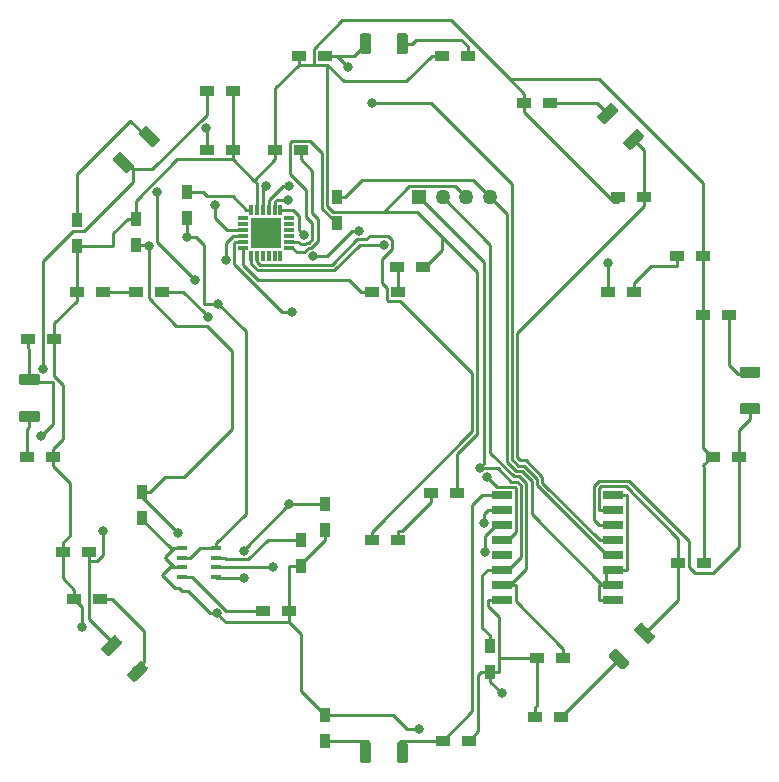
<source format=gbr>
G04 #@! TF.GenerationSoftware,KiCad,Pcbnew,(5.0.2)-1*
G04 #@! TF.CreationDate,2019-03-05T23:48:00-05:00*
G04 #@! TF.ProjectId,bikesenseCap,62696b65-7365-46e7-9365-4361702e6b69,REV E*
G04 #@! TF.SameCoordinates,Original*
G04 #@! TF.FileFunction,Copper,L1,Top*
G04 #@! TF.FilePolarity,Positive*
%FSLAX46Y46*%
G04 Gerber Fmt 4.6, Leading zero omitted, Abs format (unit mm)*
G04 Created by KiCad (PCBNEW (5.0.2)-1) date 3/5/2019 11:48:00 PM*
%MOMM*%
%LPD*%
G01*
G04 APERTURE LIST*
G04 #@! TA.AperFunction,SMDPad,CuDef*
%ADD10R,1.200000X0.900000*%
G04 #@! TD*
G04 #@! TA.AperFunction,ComponentPad*
%ADD11R,1.270000X1.270000*%
G04 #@! TD*
G04 #@! TA.AperFunction,ComponentPad*
%ADD12C,1.270000*%
G04 #@! TD*
G04 #@! TA.AperFunction,SMDPad,CuDef*
%ADD13R,0.900000X1.200000*%
G04 #@! TD*
G04 #@! TA.AperFunction,SMDPad,CuDef*
%ADD14R,2.600000X2.600000*%
G04 #@! TD*
G04 #@! TA.AperFunction,SMDPad,CuDef*
%ADD15R,0.300000X0.850000*%
G04 #@! TD*
G04 #@! TA.AperFunction,SMDPad,CuDef*
%ADD16R,0.850000X0.300000*%
G04 #@! TD*
G04 #@! TA.AperFunction,SMDPad,CuDef*
%ADD17R,1.700000X0.700000*%
G04 #@! TD*
G04 #@! TA.AperFunction,Conductor*
%ADD18C,0.100000*%
G04 #@! TD*
G04 #@! TA.AperFunction,SMDPad,CuDef*
%ADD19C,0.950000*%
G04 #@! TD*
G04 #@! TA.AperFunction,SMDPad,CuDef*
%ADD20R,0.900000X0.400000*%
G04 #@! TD*
G04 #@! TA.AperFunction,ViaPad*
%ADD21C,0.800000*%
G04 #@! TD*
G04 #@! TA.AperFunction,Conductor*
%ADD22C,0.250000*%
G04 #@! TD*
G04 APERTURE END LIST*
D10*
G04 #@! TO.P,D3,1*
G04 #@! TO.N,Net-(D3-Pad1)*
X131200000Y-91000000D03*
G04 #@! TO.P,D3,2*
G04 #@! TO.N,Net-(D3-Pad2)*
X129000000Y-91000000D03*
G04 #@! TD*
G04 #@! TO.P,D4,2*
G04 #@! TO.N,Net-(D4-Pad2)*
X151200000Y-91000000D03*
G04 #@! TO.P,D4,1*
G04 #@! TO.N,Net-(D4-Pad1)*
X149000000Y-91000000D03*
G04 #@! TD*
G04 #@! TO.P,D5,2*
G04 #@! TO.N,Net-(D5-Pad2)*
X171200000Y-91000000D03*
G04 #@! TO.P,D5,1*
G04 #@! TO.N,Net-(D5-Pad1)*
X169000000Y-91000000D03*
G04 #@! TD*
G04 #@! TO.P,D6,1*
G04 #@! TO.N,Net-(D6-Pad1)*
X149000000Y-112000000D03*
G04 #@! TO.P,D6,2*
G04 #@! TO.N,Net-(D6-Pad2)*
X151200000Y-112000000D03*
G04 #@! TD*
D11*
G04 #@! TO.P,J1,1*
G04 #@! TO.N,/SCL*
X153000260Y-83000000D03*
D12*
G04 #@! TO.P,J1,2*
G04 #@! TO.N,/SDA*
X155001780Y-83000000D03*
G04 #@! TO.P,J1,3*
G04 #@! TO.N,+3V3*
X156998220Y-83000000D03*
G04 #@! TO.P,J1,4*
G04 #@! TO.N,GND*
X158999740Y-83000000D03*
G04 #@! TD*
D10*
G04 #@! TO.P,R1,1*
G04 #@! TO.N,Net-(R1-Pad1)*
X143000000Y-79000000D03*
G04 #@! TO.P,R1,2*
G04 #@! TO.N,+3V3*
X140800000Y-79000000D03*
G04 #@! TD*
G04 #@! TO.P,R2,1*
G04 #@! TO.N,/SCL*
X135000000Y-79000000D03*
G04 #@! TO.P,R2,2*
G04 #@! TO.N,+3V3*
X137200000Y-79000000D03*
G04 #@! TD*
D13*
G04 #@! TO.P,R3,2*
G04 #@! TO.N,GND*
X146000000Y-83000000D03*
G04 #@! TO.P,R3,1*
G04 #@! TO.N,Net-(R3-Pad1)*
X146000000Y-85200000D03*
G04 #@! TD*
G04 #@! TO.P,R4,1*
G04 #@! TO.N,GND*
X133350000Y-84750000D03*
G04 #@! TO.P,R4,2*
G04 #@! TO.N,Net-(R4-Pad2)*
X133350000Y-82550000D03*
G04 #@! TD*
G04 #@! TO.P,R5,2*
G04 #@! TO.N,+3V3*
X129000000Y-84800000D03*
G04 #@! TO.P,R5,1*
G04 #@! TO.N,/SDA*
X129000000Y-87000000D03*
G04 #@! TD*
G04 #@! TO.P,R6,1*
G04 #@! TO.N,/SCL*
X145000000Y-109000000D03*
G04 #@! TO.P,R6,2*
G04 #@! TO.N,+3V3*
X145000000Y-111200000D03*
G04 #@! TD*
G04 #@! TO.P,R7,2*
G04 #@! TO.N,+3V3*
X129540000Y-110150000D03*
G04 #@! TO.P,R7,1*
G04 #@! TO.N,/SDA*
X129540000Y-107950000D03*
G04 #@! TD*
G04 #@! TO.P,R8,1*
G04 #@! TO.N,Net-(R8-Pad1)*
X143000000Y-112000000D03*
G04 #@! TO.P,R8,2*
G04 #@! TO.N,+3V3*
X143000000Y-114200000D03*
G04 #@! TD*
D10*
G04 #@! TO.P,R9,2*
G04 #@! TO.N,+3V3*
X142000000Y-118000000D03*
G04 #@! TO.P,R9,1*
G04 #@! TO.N,Net-(R9-Pad1)*
X139800000Y-118000000D03*
G04 #@! TD*
G04 #@! TO.P,R11,1*
G04 #@! TO.N,Net-(D3-Pad2)*
X126200000Y-91000000D03*
G04 #@! TO.P,R11,2*
G04 #@! TO.N,+3V3*
X124000000Y-91000000D03*
G04 #@! TD*
G04 #@! TO.P,R12,2*
G04 #@! TO.N,+3V3*
X153330000Y-88900000D03*
G04 #@! TO.P,R12,1*
G04 #@! TO.N,Net-(D4-Pad2)*
X151130000Y-88900000D03*
G04 #@! TD*
G04 #@! TO.P,R13,2*
G04 #@! TO.N,+3V3*
X177000000Y-88000000D03*
G04 #@! TO.P,R13,1*
G04 #@! TO.N,Net-(D5-Pad2)*
X174800000Y-88000000D03*
G04 #@! TD*
G04 #@! TO.P,R14,1*
G04 #@! TO.N,Net-(D6-Pad2)*
X154000000Y-108000000D03*
G04 #@! TO.P,R14,2*
G04 #@! TO.N,+3V3*
X156200000Y-108000000D03*
G04 #@! TD*
G04 #@! TO.P,R19,2*
G04 #@! TO.N,Net-(D11-Pad2)*
X119800000Y-105000000D03*
G04 #@! TO.P,R19,1*
G04 #@! TO.N,+3V3*
X122000000Y-105000000D03*
G04 #@! TD*
G04 #@! TO.P,R20,1*
G04 #@! TO.N,+3V3*
X122100000Y-95000000D03*
G04 #@! TO.P,R20,2*
G04 #@! TO.N,/West*
X119900000Y-95000000D03*
G04 #@! TD*
D13*
G04 #@! TO.P,R21,2*
G04 #@! TO.N,Net-(D12-Pad2)*
X124000000Y-84900000D03*
G04 #@! TO.P,R21,1*
G04 #@! TO.N,+3V3*
X124000000Y-87100000D03*
G04 #@! TD*
D10*
G04 #@! TO.P,R22,2*
G04 #@! TO.N,Net-(D13-Pad2)*
X126000000Y-117000000D03*
G04 #@! TO.P,R22,1*
G04 #@! TO.N,+3V3*
X123800000Y-117000000D03*
G04 #@! TD*
D13*
G04 #@! TO.P,R23,2*
G04 #@! TO.N,+3V3*
X159000000Y-123200000D03*
G04 #@! TO.P,R23,1*
G04 #@! TO.N,/SCL*
X159000000Y-121000000D03*
G04 #@! TD*
D10*
G04 #@! TO.P,R24,1*
G04 #@! TO.N,+3V3*
X137200000Y-74000000D03*
G04 #@! TO.P,R24,2*
G04 #@! TO.N,/NorthWest*
X135000000Y-74000000D03*
G04 #@! TD*
G04 #@! TO.P,R25,1*
G04 #@! TO.N,+3V3*
X122800000Y-113000000D03*
G04 #@! TO.P,R25,2*
G04 #@! TO.N,/SouthWest*
X125000000Y-113000000D03*
G04 #@! TD*
G04 #@! TO.P,R26,1*
G04 #@! TO.N,/SDA*
X165200000Y-122000000D03*
G04 #@! TO.P,R26,2*
G04 #@! TO.N,+3V3*
X163000000Y-122000000D03*
G04 #@! TD*
G04 #@! TO.P,R27,2*
G04 #@! TO.N,Net-(D14-Pad2)*
X157100000Y-71000000D03*
G04 #@! TO.P,R27,1*
G04 #@! TO.N,+3V3*
X154900000Y-71000000D03*
G04 #@! TD*
D13*
G04 #@! TO.P,R28,1*
G04 #@! TO.N,+3V3*
X145000000Y-126800000D03*
G04 #@! TO.P,R28,2*
G04 #@! TO.N,Net-(D15-Pad2)*
X145000000Y-129000000D03*
G04 #@! TD*
D10*
G04 #@! TO.P,R29,2*
G04 #@! TO.N,/North*
X145000000Y-71000000D03*
G04 #@! TO.P,R29,1*
G04 #@! TO.N,+3V3*
X142800000Y-71000000D03*
G04 #@! TD*
G04 #@! TO.P,R30,1*
G04 #@! TO.N,+3V3*
X157200000Y-129000000D03*
G04 #@! TO.P,R30,2*
G04 #@! TO.N,/South*
X155000000Y-129000000D03*
G04 #@! TD*
G04 #@! TO.P,R31,2*
G04 #@! TO.N,Net-(D16-Pad2)*
X164100000Y-75000000D03*
G04 #@! TO.P,R31,1*
G04 #@! TO.N,+3V3*
X161900000Y-75000000D03*
G04 #@! TD*
G04 #@! TO.P,R32,2*
G04 #@! TO.N,Net-(D17-Pad2)*
X165000000Y-127000000D03*
G04 #@! TO.P,R32,1*
G04 #@! TO.N,+3V3*
X162800000Y-127000000D03*
G04 #@! TD*
G04 #@! TO.P,R33,1*
G04 #@! TO.N,+3V3*
X169800000Y-83000000D03*
G04 #@! TO.P,R33,2*
G04 #@! TO.N,/NorthEast*
X172000000Y-83000000D03*
G04 #@! TD*
G04 #@! TO.P,R34,1*
G04 #@! TO.N,+3V3*
X177100000Y-114000000D03*
G04 #@! TO.P,R34,2*
G04 #@! TO.N,/SouthEast*
X174900000Y-114000000D03*
G04 #@! TD*
G04 #@! TO.P,R35,2*
G04 #@! TO.N,Net-(D18-Pad2)*
X179200000Y-93000000D03*
G04 #@! TO.P,R35,1*
G04 #@! TO.N,+3V3*
X177000000Y-93000000D03*
G04 #@! TD*
G04 #@! TO.P,R36,1*
G04 #@! TO.N,+3V3*
X177900000Y-105000000D03*
G04 #@! TO.P,R36,2*
G04 #@! TO.N,/East*
X180100000Y-105000000D03*
G04 #@! TD*
D14*
G04 #@! TO.P,U2,25*
G04 #@! TO.N,GND*
X140000000Y-86000000D03*
D15*
G04 #@! TO.P,U2,24*
G04 #@! TO.N,Net-(R4-Pad2)*
X138750000Y-84050000D03*
G04 #@! TO.P,U2,23*
G04 #@! TO.N,+3V3*
X139250000Y-84050000D03*
G04 #@! TO.P,U2,22*
G04 #@! TO.N,Net-(J2-Pad1)*
X139750000Y-84050000D03*
G04 #@! TO.P,U2,21*
G04 #@! TO.N,Net-(J3-Pad1)*
X140250000Y-84050000D03*
G04 #@! TO.P,U2,20*
G04 #@! TO.N,Net-(J4-Pad1)*
X140750000Y-84050000D03*
G04 #@! TO.P,U2,19*
G04 #@! TO.N,Net-(J5-Pad1)*
X141250000Y-84050000D03*
D16*
G04 #@! TO.P,U2,18*
G04 #@! TO.N,Net-(U2-Pad18)*
X141950000Y-84750000D03*
G04 #@! TO.P,U2,17*
G04 #@! TO.N,Net-(U2-Pad17)*
X141950000Y-85250000D03*
G04 #@! TO.P,U2,16*
G04 #@! TO.N,Net-(U2-Pad16)*
X141950000Y-85750000D03*
G04 #@! TO.P,U2,15*
G04 #@! TO.N,Net-(U2-Pad15)*
X141950000Y-86250000D03*
G04 #@! TO.P,U2,14*
G04 #@! TO.N,Net-(R3-Pad1)*
X141950000Y-86750000D03*
G04 #@! TO.P,U2,13*
G04 #@! TO.N,Net-(R1-Pad1)*
X141950000Y-87250000D03*
D15*
G04 #@! TO.P,U2,12*
G04 #@! TO.N,Net-(U2-Pad12)*
X141250000Y-87950000D03*
G04 #@! TO.P,U2,11*
G04 #@! TO.N,Net-(U2-Pad11)*
X140750000Y-87950000D03*
G04 #@! TO.P,U2,10*
G04 #@! TO.N,Net-(U2-Pad10)*
X140250000Y-87950000D03*
G04 #@! TO.P,U2,9*
G04 #@! TO.N,Net-(U2-Pad9)*
X139750000Y-87950000D03*
G04 #@! TO.P,U2,8*
G04 #@! TO.N,Net-(D6-Pad1)*
X139250000Y-87950000D03*
G04 #@! TO.P,U2,7*
G04 #@! TO.N,Net-(D5-Pad1)*
X138750000Y-87950000D03*
D16*
G04 #@! TO.P,U2,6*
G04 #@! TO.N,Net-(D4-Pad1)*
X138050000Y-87250000D03*
G04 #@! TO.P,U2,5*
G04 #@! TO.N,Net-(D3-Pad1)*
X138050000Y-86750000D03*
G04 #@! TO.P,U2,4*
G04 #@! TO.N,/SCL*
X138050000Y-86250000D03*
G04 #@! TO.P,U2,3*
G04 #@! TO.N,/SDA*
X138050000Y-85750000D03*
G04 #@! TO.P,U2,2*
G04 #@! TO.N,Net-(U2-Pad2)*
X138050000Y-85250000D03*
G04 #@! TO.P,U2,1*
G04 #@! TO.N,Net-(U2-Pad1)*
X138050000Y-84750000D03*
G04 #@! TD*
D17*
G04 #@! TO.P,U3,13*
G04 #@! TO.N,Net-(U3-Pad13)*
X160000000Y-113270000D03*
G04 #@! TO.P,U3,14*
G04 #@! TO.N,/SCL*
X160000000Y-114540000D03*
G04 #@! TO.P,U3,15*
G04 #@! TO.N,/SDA*
X160000000Y-115810000D03*
G04 #@! TO.P,U3,16*
G04 #@! TO.N,+3V3*
X160000000Y-117080000D03*
G04 #@! TO.P,U3,12*
G04 #@! TO.N,/NorthWest*
X160000000Y-112000000D03*
G04 #@! TO.P,U3,11*
G04 #@! TO.N,/West*
X160000000Y-110730000D03*
G04 #@! TO.P,U3,10*
G04 #@! TO.N,/SouthWest*
X160000000Y-109460000D03*
G04 #@! TO.P,U3,9*
G04 #@! TO.N,/South*
X160000000Y-108190000D03*
G04 #@! TO.P,U3,4*
G04 #@! TO.N,/North*
X169380000Y-113270000D03*
G04 #@! TO.P,U3,5*
G04 #@! TO.N,/NorthEast*
X169380000Y-112000000D03*
G04 #@! TO.P,U3,3*
G04 #@! TO.N,GND*
X169380000Y-114540000D03*
G04 #@! TO.P,U3,2*
X169380000Y-115810000D03*
G04 #@! TO.P,U3,1*
X169380000Y-117080000D03*
G04 #@! TO.P,U3,6*
G04 #@! TO.N,/East*
X169380000Y-110730000D03*
G04 #@! TO.P,U3,7*
G04 #@! TO.N,/SouthEast*
X169380000Y-109460000D03*
G04 #@! TO.P,U3,8*
G04 #@! TO.N,GND*
X169380000Y-108190000D03*
G04 #@! TD*
D18*
G04 #@! TO.N,Net-(D11-Pad2)*
G04 #@! TO.C,D11*
G36*
X120703623Y-101075915D02*
X120722067Y-101078651D01*
X120740154Y-101083181D01*
X120757710Y-101089463D01*
X120774565Y-101097435D01*
X120790558Y-101107021D01*
X120805535Y-101118128D01*
X120819350Y-101130650D01*
X120831872Y-101144465D01*
X120842979Y-101159442D01*
X120852565Y-101175435D01*
X120860537Y-101192290D01*
X120866819Y-101209846D01*
X120871349Y-101227933D01*
X120874085Y-101246377D01*
X120875000Y-101265000D01*
X120875000Y-101835000D01*
X120874085Y-101853623D01*
X120871349Y-101872067D01*
X120866819Y-101890154D01*
X120860537Y-101907710D01*
X120852565Y-101924565D01*
X120842979Y-101940558D01*
X120831872Y-101955535D01*
X120819350Y-101969350D01*
X120805535Y-101981872D01*
X120790558Y-101992979D01*
X120774565Y-102002565D01*
X120757710Y-102010537D01*
X120740154Y-102016819D01*
X120722067Y-102021349D01*
X120703623Y-102024085D01*
X120685000Y-102025000D01*
X119315000Y-102025000D01*
X119296377Y-102024085D01*
X119277933Y-102021349D01*
X119259846Y-102016819D01*
X119242290Y-102010537D01*
X119225435Y-102002565D01*
X119209442Y-101992979D01*
X119194465Y-101981872D01*
X119180650Y-101969350D01*
X119168128Y-101955535D01*
X119157021Y-101940558D01*
X119147435Y-101924565D01*
X119139463Y-101907710D01*
X119133181Y-101890154D01*
X119128651Y-101872067D01*
X119125915Y-101853623D01*
X119125000Y-101835000D01*
X119125000Y-101265000D01*
X119125915Y-101246377D01*
X119128651Y-101227933D01*
X119133181Y-101209846D01*
X119139463Y-101192290D01*
X119147435Y-101175435D01*
X119157021Y-101159442D01*
X119168128Y-101144465D01*
X119180650Y-101130650D01*
X119194465Y-101118128D01*
X119209442Y-101107021D01*
X119225435Y-101097435D01*
X119242290Y-101089463D01*
X119259846Y-101083181D01*
X119277933Y-101078651D01*
X119296377Y-101075915D01*
X119315000Y-101075000D01*
X120685000Y-101075000D01*
X120703623Y-101075915D01*
X120703623Y-101075915D01*
G37*
D19*
G04 #@! TD*
G04 #@! TO.P,D11,2*
G04 #@! TO.N,Net-(D11-Pad2)*
X120000000Y-101550000D03*
D18*
G04 #@! TO.N,/West*
G04 #@! TO.C,D11*
G36*
X120703623Y-97975915D02*
X120722067Y-97978651D01*
X120740154Y-97983181D01*
X120757710Y-97989463D01*
X120774565Y-97997435D01*
X120790558Y-98007021D01*
X120805535Y-98018128D01*
X120819350Y-98030650D01*
X120831872Y-98044465D01*
X120842979Y-98059442D01*
X120852565Y-98075435D01*
X120860537Y-98092290D01*
X120866819Y-98109846D01*
X120871349Y-98127933D01*
X120874085Y-98146377D01*
X120875000Y-98165000D01*
X120875000Y-98735000D01*
X120874085Y-98753623D01*
X120871349Y-98772067D01*
X120866819Y-98790154D01*
X120860537Y-98807710D01*
X120852565Y-98824565D01*
X120842979Y-98840558D01*
X120831872Y-98855535D01*
X120819350Y-98869350D01*
X120805535Y-98881872D01*
X120790558Y-98892979D01*
X120774565Y-98902565D01*
X120757710Y-98910537D01*
X120740154Y-98916819D01*
X120722067Y-98921349D01*
X120703623Y-98924085D01*
X120685000Y-98925000D01*
X119315000Y-98925000D01*
X119296377Y-98924085D01*
X119277933Y-98921349D01*
X119259846Y-98916819D01*
X119242290Y-98910537D01*
X119225435Y-98902565D01*
X119209442Y-98892979D01*
X119194465Y-98881872D01*
X119180650Y-98869350D01*
X119168128Y-98855535D01*
X119157021Y-98840558D01*
X119147435Y-98824565D01*
X119139463Y-98807710D01*
X119133181Y-98790154D01*
X119128651Y-98772067D01*
X119125915Y-98753623D01*
X119125000Y-98735000D01*
X119125000Y-98165000D01*
X119125915Y-98146377D01*
X119128651Y-98127933D01*
X119133181Y-98109846D01*
X119139463Y-98092290D01*
X119147435Y-98075435D01*
X119157021Y-98059442D01*
X119168128Y-98044465D01*
X119180650Y-98030650D01*
X119194465Y-98018128D01*
X119209442Y-98007021D01*
X119225435Y-97997435D01*
X119242290Y-97989463D01*
X119259846Y-97983181D01*
X119277933Y-97978651D01*
X119296377Y-97975915D01*
X119315000Y-97975000D01*
X120685000Y-97975000D01*
X120703623Y-97975915D01*
X120703623Y-97975915D01*
G37*
D19*
G04 #@! TD*
G04 #@! TO.P,D11,1*
G04 #@! TO.N,/West*
X120000000Y-98450000D03*
D18*
G04 #@! TO.N,/NorthWest*
G04 #@! TO.C,D12*
G36*
X127684764Y-79175637D02*
X127703208Y-79178373D01*
X127721295Y-79182903D01*
X127738851Y-79189185D01*
X127755706Y-79197157D01*
X127771699Y-79206743D01*
X127786676Y-79217850D01*
X127800491Y-79230372D01*
X128769228Y-80199109D01*
X128781750Y-80212924D01*
X128792857Y-80227901D01*
X128802443Y-80243894D01*
X128810415Y-80260749D01*
X128816697Y-80278305D01*
X128821227Y-80296392D01*
X128823963Y-80314836D01*
X128824878Y-80333459D01*
X128823963Y-80352082D01*
X128821227Y-80370526D01*
X128816697Y-80388613D01*
X128810415Y-80406169D01*
X128802443Y-80423024D01*
X128792857Y-80439017D01*
X128781750Y-80453994D01*
X128769228Y-80467809D01*
X128366177Y-80870860D01*
X128352362Y-80883382D01*
X128337385Y-80894489D01*
X128321392Y-80904075D01*
X128304537Y-80912047D01*
X128286981Y-80918329D01*
X128268894Y-80922859D01*
X128250450Y-80925595D01*
X128231827Y-80926510D01*
X128213204Y-80925595D01*
X128194760Y-80922859D01*
X128176673Y-80918329D01*
X128159117Y-80912047D01*
X128142262Y-80904075D01*
X128126269Y-80894489D01*
X128111292Y-80883382D01*
X128097477Y-80870860D01*
X127128740Y-79902123D01*
X127116218Y-79888308D01*
X127105111Y-79873331D01*
X127095525Y-79857338D01*
X127087553Y-79840483D01*
X127081271Y-79822927D01*
X127076741Y-79804840D01*
X127074005Y-79786396D01*
X127073090Y-79767773D01*
X127074005Y-79749150D01*
X127076741Y-79730706D01*
X127081271Y-79712619D01*
X127087553Y-79695063D01*
X127095525Y-79678208D01*
X127105111Y-79662215D01*
X127116218Y-79647238D01*
X127128740Y-79633423D01*
X127531791Y-79230372D01*
X127545606Y-79217850D01*
X127560583Y-79206743D01*
X127576576Y-79197157D01*
X127593431Y-79189185D01*
X127610987Y-79182903D01*
X127629074Y-79178373D01*
X127647518Y-79175637D01*
X127666141Y-79174722D01*
X127684764Y-79175637D01*
X127684764Y-79175637D01*
G37*
D19*
G04 #@! TD*
G04 #@! TO.P,D12,1*
G04 #@! TO.N,/NorthWest*
X127948984Y-80050616D03*
D18*
G04 #@! TO.N,Net-(D12-Pad2)*
G04 #@! TO.C,D12*
G36*
X129876796Y-76983605D02*
X129895240Y-76986341D01*
X129913327Y-76990871D01*
X129930883Y-76997153D01*
X129947738Y-77005125D01*
X129963731Y-77014711D01*
X129978708Y-77025818D01*
X129992523Y-77038340D01*
X130961260Y-78007077D01*
X130973782Y-78020892D01*
X130984889Y-78035869D01*
X130994475Y-78051862D01*
X131002447Y-78068717D01*
X131008729Y-78086273D01*
X131013259Y-78104360D01*
X131015995Y-78122804D01*
X131016910Y-78141427D01*
X131015995Y-78160050D01*
X131013259Y-78178494D01*
X131008729Y-78196581D01*
X131002447Y-78214137D01*
X130994475Y-78230992D01*
X130984889Y-78246985D01*
X130973782Y-78261962D01*
X130961260Y-78275777D01*
X130558209Y-78678828D01*
X130544394Y-78691350D01*
X130529417Y-78702457D01*
X130513424Y-78712043D01*
X130496569Y-78720015D01*
X130479013Y-78726297D01*
X130460926Y-78730827D01*
X130442482Y-78733563D01*
X130423859Y-78734478D01*
X130405236Y-78733563D01*
X130386792Y-78730827D01*
X130368705Y-78726297D01*
X130351149Y-78720015D01*
X130334294Y-78712043D01*
X130318301Y-78702457D01*
X130303324Y-78691350D01*
X130289509Y-78678828D01*
X129320772Y-77710091D01*
X129308250Y-77696276D01*
X129297143Y-77681299D01*
X129287557Y-77665306D01*
X129279585Y-77648451D01*
X129273303Y-77630895D01*
X129268773Y-77612808D01*
X129266037Y-77594364D01*
X129265122Y-77575741D01*
X129266037Y-77557118D01*
X129268773Y-77538674D01*
X129273303Y-77520587D01*
X129279585Y-77503031D01*
X129287557Y-77486176D01*
X129297143Y-77470183D01*
X129308250Y-77455206D01*
X129320772Y-77441391D01*
X129723823Y-77038340D01*
X129737638Y-77025818D01*
X129752615Y-77014711D01*
X129768608Y-77005125D01*
X129785463Y-76997153D01*
X129803019Y-76990871D01*
X129821106Y-76986341D01*
X129839550Y-76983605D01*
X129858173Y-76982690D01*
X129876796Y-76983605D01*
X129876796Y-76983605D01*
G37*
D19*
G04 #@! TD*
G04 #@! TO.P,D12,2*
G04 #@! TO.N,Net-(D12-Pad2)*
X130141016Y-77858584D03*
D18*
G04 #@! TO.N,/SouthWest*
G04 #@! TO.C,D13*
G36*
X127250450Y-120074005D02*
X127268894Y-120076741D01*
X127286981Y-120081271D01*
X127304537Y-120087553D01*
X127321392Y-120095525D01*
X127337385Y-120105111D01*
X127352362Y-120116218D01*
X127366177Y-120128740D01*
X127769228Y-120531791D01*
X127781750Y-120545606D01*
X127792857Y-120560583D01*
X127802443Y-120576576D01*
X127810415Y-120593431D01*
X127816697Y-120610987D01*
X127821227Y-120629074D01*
X127823963Y-120647518D01*
X127824878Y-120666141D01*
X127823963Y-120684764D01*
X127821227Y-120703208D01*
X127816697Y-120721295D01*
X127810415Y-120738851D01*
X127802443Y-120755706D01*
X127792857Y-120771699D01*
X127781750Y-120786676D01*
X127769228Y-120800491D01*
X126800491Y-121769228D01*
X126786676Y-121781750D01*
X126771699Y-121792857D01*
X126755706Y-121802443D01*
X126738851Y-121810415D01*
X126721295Y-121816697D01*
X126703208Y-121821227D01*
X126684764Y-121823963D01*
X126666141Y-121824878D01*
X126647518Y-121823963D01*
X126629074Y-121821227D01*
X126610987Y-121816697D01*
X126593431Y-121810415D01*
X126576576Y-121802443D01*
X126560583Y-121792857D01*
X126545606Y-121781750D01*
X126531791Y-121769228D01*
X126128740Y-121366177D01*
X126116218Y-121352362D01*
X126105111Y-121337385D01*
X126095525Y-121321392D01*
X126087553Y-121304537D01*
X126081271Y-121286981D01*
X126076741Y-121268894D01*
X126074005Y-121250450D01*
X126073090Y-121231827D01*
X126074005Y-121213204D01*
X126076741Y-121194760D01*
X126081271Y-121176673D01*
X126087553Y-121159117D01*
X126095525Y-121142262D01*
X126105111Y-121126269D01*
X126116218Y-121111292D01*
X126128740Y-121097477D01*
X127097477Y-120128740D01*
X127111292Y-120116218D01*
X127126269Y-120105111D01*
X127142262Y-120095525D01*
X127159117Y-120087553D01*
X127176673Y-120081271D01*
X127194760Y-120076741D01*
X127213204Y-120074005D01*
X127231827Y-120073090D01*
X127250450Y-120074005D01*
X127250450Y-120074005D01*
G37*
D19*
G04 #@! TD*
G04 #@! TO.P,D13,1*
G04 #@! TO.N,/SouthWest*
X126948984Y-120948984D03*
D18*
G04 #@! TO.N,Net-(D13-Pad2)*
G04 #@! TO.C,D13*
G36*
X129442482Y-122266037D02*
X129460926Y-122268773D01*
X129479013Y-122273303D01*
X129496569Y-122279585D01*
X129513424Y-122287557D01*
X129529417Y-122297143D01*
X129544394Y-122308250D01*
X129558209Y-122320772D01*
X129961260Y-122723823D01*
X129973782Y-122737638D01*
X129984889Y-122752615D01*
X129994475Y-122768608D01*
X130002447Y-122785463D01*
X130008729Y-122803019D01*
X130013259Y-122821106D01*
X130015995Y-122839550D01*
X130016910Y-122858173D01*
X130015995Y-122876796D01*
X130013259Y-122895240D01*
X130008729Y-122913327D01*
X130002447Y-122930883D01*
X129994475Y-122947738D01*
X129984889Y-122963731D01*
X129973782Y-122978708D01*
X129961260Y-122992523D01*
X128992523Y-123961260D01*
X128978708Y-123973782D01*
X128963731Y-123984889D01*
X128947738Y-123994475D01*
X128930883Y-124002447D01*
X128913327Y-124008729D01*
X128895240Y-124013259D01*
X128876796Y-124015995D01*
X128858173Y-124016910D01*
X128839550Y-124015995D01*
X128821106Y-124013259D01*
X128803019Y-124008729D01*
X128785463Y-124002447D01*
X128768608Y-123994475D01*
X128752615Y-123984889D01*
X128737638Y-123973782D01*
X128723823Y-123961260D01*
X128320772Y-123558209D01*
X128308250Y-123544394D01*
X128297143Y-123529417D01*
X128287557Y-123513424D01*
X128279585Y-123496569D01*
X128273303Y-123479013D01*
X128268773Y-123460926D01*
X128266037Y-123442482D01*
X128265122Y-123423859D01*
X128266037Y-123405236D01*
X128268773Y-123386792D01*
X128273303Y-123368705D01*
X128279585Y-123351149D01*
X128287557Y-123334294D01*
X128297143Y-123318301D01*
X128308250Y-123303324D01*
X128320772Y-123289509D01*
X129289509Y-122320772D01*
X129303324Y-122308250D01*
X129318301Y-122297143D01*
X129334294Y-122287557D01*
X129351149Y-122279585D01*
X129368705Y-122273303D01*
X129386792Y-122268773D01*
X129405236Y-122266037D01*
X129423859Y-122265122D01*
X129442482Y-122266037D01*
X129442482Y-122266037D01*
G37*
D19*
G04 #@! TD*
G04 #@! TO.P,D13,2*
G04 #@! TO.N,Net-(D13-Pad2)*
X129141016Y-123141016D03*
D18*
G04 #@! TO.N,Net-(D14-Pad2)*
G04 #@! TO.C,D14*
G36*
X151853623Y-69125915D02*
X151872067Y-69128651D01*
X151890154Y-69133181D01*
X151907710Y-69139463D01*
X151924565Y-69147435D01*
X151940558Y-69157021D01*
X151955535Y-69168128D01*
X151969350Y-69180650D01*
X151981872Y-69194465D01*
X151992979Y-69209442D01*
X152002565Y-69225435D01*
X152010537Y-69242290D01*
X152016819Y-69259846D01*
X152021349Y-69277933D01*
X152024085Y-69296377D01*
X152025000Y-69315000D01*
X152025000Y-70685000D01*
X152024085Y-70703623D01*
X152021349Y-70722067D01*
X152016819Y-70740154D01*
X152010537Y-70757710D01*
X152002565Y-70774565D01*
X151992979Y-70790558D01*
X151981872Y-70805535D01*
X151969350Y-70819350D01*
X151955535Y-70831872D01*
X151940558Y-70842979D01*
X151924565Y-70852565D01*
X151907710Y-70860537D01*
X151890154Y-70866819D01*
X151872067Y-70871349D01*
X151853623Y-70874085D01*
X151835000Y-70875000D01*
X151265000Y-70875000D01*
X151246377Y-70874085D01*
X151227933Y-70871349D01*
X151209846Y-70866819D01*
X151192290Y-70860537D01*
X151175435Y-70852565D01*
X151159442Y-70842979D01*
X151144465Y-70831872D01*
X151130650Y-70819350D01*
X151118128Y-70805535D01*
X151107021Y-70790558D01*
X151097435Y-70774565D01*
X151089463Y-70757710D01*
X151083181Y-70740154D01*
X151078651Y-70722067D01*
X151075915Y-70703623D01*
X151075000Y-70685000D01*
X151075000Y-69315000D01*
X151075915Y-69296377D01*
X151078651Y-69277933D01*
X151083181Y-69259846D01*
X151089463Y-69242290D01*
X151097435Y-69225435D01*
X151107021Y-69209442D01*
X151118128Y-69194465D01*
X151130650Y-69180650D01*
X151144465Y-69168128D01*
X151159442Y-69157021D01*
X151175435Y-69147435D01*
X151192290Y-69139463D01*
X151209846Y-69133181D01*
X151227933Y-69128651D01*
X151246377Y-69125915D01*
X151265000Y-69125000D01*
X151835000Y-69125000D01*
X151853623Y-69125915D01*
X151853623Y-69125915D01*
G37*
D19*
G04 #@! TD*
G04 #@! TO.P,D14,2*
G04 #@! TO.N,Net-(D14-Pad2)*
X151550000Y-70000000D03*
D18*
G04 #@! TO.N,/North*
G04 #@! TO.C,D14*
G36*
X148753623Y-69125915D02*
X148772067Y-69128651D01*
X148790154Y-69133181D01*
X148807710Y-69139463D01*
X148824565Y-69147435D01*
X148840558Y-69157021D01*
X148855535Y-69168128D01*
X148869350Y-69180650D01*
X148881872Y-69194465D01*
X148892979Y-69209442D01*
X148902565Y-69225435D01*
X148910537Y-69242290D01*
X148916819Y-69259846D01*
X148921349Y-69277933D01*
X148924085Y-69296377D01*
X148925000Y-69315000D01*
X148925000Y-70685000D01*
X148924085Y-70703623D01*
X148921349Y-70722067D01*
X148916819Y-70740154D01*
X148910537Y-70757710D01*
X148902565Y-70774565D01*
X148892979Y-70790558D01*
X148881872Y-70805535D01*
X148869350Y-70819350D01*
X148855535Y-70831872D01*
X148840558Y-70842979D01*
X148824565Y-70852565D01*
X148807710Y-70860537D01*
X148790154Y-70866819D01*
X148772067Y-70871349D01*
X148753623Y-70874085D01*
X148735000Y-70875000D01*
X148165000Y-70875000D01*
X148146377Y-70874085D01*
X148127933Y-70871349D01*
X148109846Y-70866819D01*
X148092290Y-70860537D01*
X148075435Y-70852565D01*
X148059442Y-70842979D01*
X148044465Y-70831872D01*
X148030650Y-70819350D01*
X148018128Y-70805535D01*
X148007021Y-70790558D01*
X147997435Y-70774565D01*
X147989463Y-70757710D01*
X147983181Y-70740154D01*
X147978651Y-70722067D01*
X147975915Y-70703623D01*
X147975000Y-70685000D01*
X147975000Y-69315000D01*
X147975915Y-69296377D01*
X147978651Y-69277933D01*
X147983181Y-69259846D01*
X147989463Y-69242290D01*
X147997435Y-69225435D01*
X148007021Y-69209442D01*
X148018128Y-69194465D01*
X148030650Y-69180650D01*
X148044465Y-69168128D01*
X148059442Y-69157021D01*
X148075435Y-69147435D01*
X148092290Y-69139463D01*
X148109846Y-69133181D01*
X148127933Y-69128651D01*
X148146377Y-69125915D01*
X148165000Y-69125000D01*
X148735000Y-69125000D01*
X148753623Y-69125915D01*
X148753623Y-69125915D01*
G37*
D19*
G04 #@! TD*
G04 #@! TO.P,D14,1*
G04 #@! TO.N,/North*
X148450000Y-70000000D03*
D18*
G04 #@! TO.N,Net-(D15-Pad2)*
G04 #@! TO.C,D15*
G36*
X148753623Y-129125915D02*
X148772067Y-129128651D01*
X148790154Y-129133181D01*
X148807710Y-129139463D01*
X148824565Y-129147435D01*
X148840558Y-129157021D01*
X148855535Y-129168128D01*
X148869350Y-129180650D01*
X148881872Y-129194465D01*
X148892979Y-129209442D01*
X148902565Y-129225435D01*
X148910537Y-129242290D01*
X148916819Y-129259846D01*
X148921349Y-129277933D01*
X148924085Y-129296377D01*
X148925000Y-129315000D01*
X148925000Y-130685000D01*
X148924085Y-130703623D01*
X148921349Y-130722067D01*
X148916819Y-130740154D01*
X148910537Y-130757710D01*
X148902565Y-130774565D01*
X148892979Y-130790558D01*
X148881872Y-130805535D01*
X148869350Y-130819350D01*
X148855535Y-130831872D01*
X148840558Y-130842979D01*
X148824565Y-130852565D01*
X148807710Y-130860537D01*
X148790154Y-130866819D01*
X148772067Y-130871349D01*
X148753623Y-130874085D01*
X148735000Y-130875000D01*
X148165000Y-130875000D01*
X148146377Y-130874085D01*
X148127933Y-130871349D01*
X148109846Y-130866819D01*
X148092290Y-130860537D01*
X148075435Y-130852565D01*
X148059442Y-130842979D01*
X148044465Y-130831872D01*
X148030650Y-130819350D01*
X148018128Y-130805535D01*
X148007021Y-130790558D01*
X147997435Y-130774565D01*
X147989463Y-130757710D01*
X147983181Y-130740154D01*
X147978651Y-130722067D01*
X147975915Y-130703623D01*
X147975000Y-130685000D01*
X147975000Y-129315000D01*
X147975915Y-129296377D01*
X147978651Y-129277933D01*
X147983181Y-129259846D01*
X147989463Y-129242290D01*
X147997435Y-129225435D01*
X148007021Y-129209442D01*
X148018128Y-129194465D01*
X148030650Y-129180650D01*
X148044465Y-129168128D01*
X148059442Y-129157021D01*
X148075435Y-129147435D01*
X148092290Y-129139463D01*
X148109846Y-129133181D01*
X148127933Y-129128651D01*
X148146377Y-129125915D01*
X148165000Y-129125000D01*
X148735000Y-129125000D01*
X148753623Y-129125915D01*
X148753623Y-129125915D01*
G37*
D19*
G04 #@! TD*
G04 #@! TO.P,D15,2*
G04 #@! TO.N,Net-(D15-Pad2)*
X148450000Y-130000000D03*
D18*
G04 #@! TO.N,/South*
G04 #@! TO.C,D15*
G36*
X151853623Y-129125915D02*
X151872067Y-129128651D01*
X151890154Y-129133181D01*
X151907710Y-129139463D01*
X151924565Y-129147435D01*
X151940558Y-129157021D01*
X151955535Y-129168128D01*
X151969350Y-129180650D01*
X151981872Y-129194465D01*
X151992979Y-129209442D01*
X152002565Y-129225435D01*
X152010537Y-129242290D01*
X152016819Y-129259846D01*
X152021349Y-129277933D01*
X152024085Y-129296377D01*
X152025000Y-129315000D01*
X152025000Y-130685000D01*
X152024085Y-130703623D01*
X152021349Y-130722067D01*
X152016819Y-130740154D01*
X152010537Y-130757710D01*
X152002565Y-130774565D01*
X151992979Y-130790558D01*
X151981872Y-130805535D01*
X151969350Y-130819350D01*
X151955535Y-130831872D01*
X151940558Y-130842979D01*
X151924565Y-130852565D01*
X151907710Y-130860537D01*
X151890154Y-130866819D01*
X151872067Y-130871349D01*
X151853623Y-130874085D01*
X151835000Y-130875000D01*
X151265000Y-130875000D01*
X151246377Y-130874085D01*
X151227933Y-130871349D01*
X151209846Y-130866819D01*
X151192290Y-130860537D01*
X151175435Y-130852565D01*
X151159442Y-130842979D01*
X151144465Y-130831872D01*
X151130650Y-130819350D01*
X151118128Y-130805535D01*
X151107021Y-130790558D01*
X151097435Y-130774565D01*
X151089463Y-130757710D01*
X151083181Y-130740154D01*
X151078651Y-130722067D01*
X151075915Y-130703623D01*
X151075000Y-130685000D01*
X151075000Y-129315000D01*
X151075915Y-129296377D01*
X151078651Y-129277933D01*
X151083181Y-129259846D01*
X151089463Y-129242290D01*
X151097435Y-129225435D01*
X151107021Y-129209442D01*
X151118128Y-129194465D01*
X151130650Y-129180650D01*
X151144465Y-129168128D01*
X151159442Y-129157021D01*
X151175435Y-129147435D01*
X151192290Y-129139463D01*
X151209846Y-129133181D01*
X151227933Y-129128651D01*
X151246377Y-129125915D01*
X151265000Y-129125000D01*
X151835000Y-129125000D01*
X151853623Y-129125915D01*
X151853623Y-129125915D01*
G37*
D19*
G04 #@! TD*
G04 #@! TO.P,D15,1*
G04 #@! TO.N,/South*
X151550000Y-130000000D03*
D18*
G04 #@! TO.N,Net-(D16-Pad2)*
G04 #@! TO.C,D16*
G36*
X169250450Y-75029005D02*
X169268894Y-75031741D01*
X169286981Y-75036271D01*
X169304537Y-75042553D01*
X169321392Y-75050525D01*
X169337385Y-75060111D01*
X169352362Y-75071218D01*
X169366177Y-75083740D01*
X169769228Y-75486791D01*
X169781750Y-75500606D01*
X169792857Y-75515583D01*
X169802443Y-75531576D01*
X169810415Y-75548431D01*
X169816697Y-75565987D01*
X169821227Y-75584074D01*
X169823963Y-75602518D01*
X169824878Y-75621141D01*
X169823963Y-75639764D01*
X169821227Y-75658208D01*
X169816697Y-75676295D01*
X169810415Y-75693851D01*
X169802443Y-75710706D01*
X169792857Y-75726699D01*
X169781750Y-75741676D01*
X169769228Y-75755491D01*
X168800491Y-76724228D01*
X168786676Y-76736750D01*
X168771699Y-76747857D01*
X168755706Y-76757443D01*
X168738851Y-76765415D01*
X168721295Y-76771697D01*
X168703208Y-76776227D01*
X168684764Y-76778963D01*
X168666141Y-76779878D01*
X168647518Y-76778963D01*
X168629074Y-76776227D01*
X168610987Y-76771697D01*
X168593431Y-76765415D01*
X168576576Y-76757443D01*
X168560583Y-76747857D01*
X168545606Y-76736750D01*
X168531791Y-76724228D01*
X168128740Y-76321177D01*
X168116218Y-76307362D01*
X168105111Y-76292385D01*
X168095525Y-76276392D01*
X168087553Y-76259537D01*
X168081271Y-76241981D01*
X168076741Y-76223894D01*
X168074005Y-76205450D01*
X168073090Y-76186827D01*
X168074005Y-76168204D01*
X168076741Y-76149760D01*
X168081271Y-76131673D01*
X168087553Y-76114117D01*
X168095525Y-76097262D01*
X168105111Y-76081269D01*
X168116218Y-76066292D01*
X168128740Y-76052477D01*
X169097477Y-75083740D01*
X169111292Y-75071218D01*
X169126269Y-75060111D01*
X169142262Y-75050525D01*
X169159117Y-75042553D01*
X169176673Y-75036271D01*
X169194760Y-75031741D01*
X169213204Y-75029005D01*
X169231827Y-75028090D01*
X169250450Y-75029005D01*
X169250450Y-75029005D01*
G37*
D19*
G04 #@! TD*
G04 #@! TO.P,D16,2*
G04 #@! TO.N,Net-(D16-Pad2)*
X168948984Y-75903984D03*
D18*
G04 #@! TO.N,/NorthEast*
G04 #@! TO.C,D16*
G36*
X171442482Y-77221037D02*
X171460926Y-77223773D01*
X171479013Y-77228303D01*
X171496569Y-77234585D01*
X171513424Y-77242557D01*
X171529417Y-77252143D01*
X171544394Y-77263250D01*
X171558209Y-77275772D01*
X171961260Y-77678823D01*
X171973782Y-77692638D01*
X171984889Y-77707615D01*
X171994475Y-77723608D01*
X172002447Y-77740463D01*
X172008729Y-77758019D01*
X172013259Y-77776106D01*
X172015995Y-77794550D01*
X172016910Y-77813173D01*
X172015995Y-77831796D01*
X172013259Y-77850240D01*
X172008729Y-77868327D01*
X172002447Y-77885883D01*
X171994475Y-77902738D01*
X171984889Y-77918731D01*
X171973782Y-77933708D01*
X171961260Y-77947523D01*
X170992523Y-78916260D01*
X170978708Y-78928782D01*
X170963731Y-78939889D01*
X170947738Y-78949475D01*
X170930883Y-78957447D01*
X170913327Y-78963729D01*
X170895240Y-78968259D01*
X170876796Y-78970995D01*
X170858173Y-78971910D01*
X170839550Y-78970995D01*
X170821106Y-78968259D01*
X170803019Y-78963729D01*
X170785463Y-78957447D01*
X170768608Y-78949475D01*
X170752615Y-78939889D01*
X170737638Y-78928782D01*
X170723823Y-78916260D01*
X170320772Y-78513209D01*
X170308250Y-78499394D01*
X170297143Y-78484417D01*
X170287557Y-78468424D01*
X170279585Y-78451569D01*
X170273303Y-78434013D01*
X170268773Y-78415926D01*
X170266037Y-78397482D01*
X170265122Y-78378859D01*
X170266037Y-78360236D01*
X170268773Y-78341792D01*
X170273303Y-78323705D01*
X170279585Y-78306149D01*
X170287557Y-78289294D01*
X170297143Y-78273301D01*
X170308250Y-78258324D01*
X170320772Y-78244509D01*
X171289509Y-77275772D01*
X171303324Y-77263250D01*
X171318301Y-77252143D01*
X171334294Y-77242557D01*
X171351149Y-77234585D01*
X171368705Y-77228303D01*
X171386792Y-77223773D01*
X171405236Y-77221037D01*
X171423859Y-77220122D01*
X171442482Y-77221037D01*
X171442482Y-77221037D01*
G37*
D19*
G04 #@! TD*
G04 #@! TO.P,D16,1*
G04 #@! TO.N,/NorthEast*
X171141016Y-78096016D03*
D18*
G04 #@! TO.N,/SouthEast*
G04 #@! TO.C,D17*
G36*
X171831796Y-119029005D02*
X171850240Y-119031741D01*
X171868327Y-119036271D01*
X171885883Y-119042553D01*
X171902738Y-119050525D01*
X171918731Y-119060111D01*
X171933708Y-119071218D01*
X171947523Y-119083740D01*
X172916260Y-120052477D01*
X172928782Y-120066292D01*
X172939889Y-120081269D01*
X172949475Y-120097262D01*
X172957447Y-120114117D01*
X172963729Y-120131673D01*
X172968259Y-120149760D01*
X172970995Y-120168204D01*
X172971910Y-120186827D01*
X172970995Y-120205450D01*
X172968259Y-120223894D01*
X172963729Y-120241981D01*
X172957447Y-120259537D01*
X172949475Y-120276392D01*
X172939889Y-120292385D01*
X172928782Y-120307362D01*
X172916260Y-120321177D01*
X172513209Y-120724228D01*
X172499394Y-120736750D01*
X172484417Y-120747857D01*
X172468424Y-120757443D01*
X172451569Y-120765415D01*
X172434013Y-120771697D01*
X172415926Y-120776227D01*
X172397482Y-120778963D01*
X172378859Y-120779878D01*
X172360236Y-120778963D01*
X172341792Y-120776227D01*
X172323705Y-120771697D01*
X172306149Y-120765415D01*
X172289294Y-120757443D01*
X172273301Y-120747857D01*
X172258324Y-120736750D01*
X172244509Y-120724228D01*
X171275772Y-119755491D01*
X171263250Y-119741676D01*
X171252143Y-119726699D01*
X171242557Y-119710706D01*
X171234585Y-119693851D01*
X171228303Y-119676295D01*
X171223773Y-119658208D01*
X171221037Y-119639764D01*
X171220122Y-119621141D01*
X171221037Y-119602518D01*
X171223773Y-119584074D01*
X171228303Y-119565987D01*
X171234585Y-119548431D01*
X171242557Y-119531576D01*
X171252143Y-119515583D01*
X171263250Y-119500606D01*
X171275772Y-119486791D01*
X171678823Y-119083740D01*
X171692638Y-119071218D01*
X171707615Y-119060111D01*
X171723608Y-119050525D01*
X171740463Y-119042553D01*
X171758019Y-119036271D01*
X171776106Y-119031741D01*
X171794550Y-119029005D01*
X171813173Y-119028090D01*
X171831796Y-119029005D01*
X171831796Y-119029005D01*
G37*
D19*
G04 #@! TD*
G04 #@! TO.P,D17,1*
G04 #@! TO.N,/SouthEast*
X172096016Y-119903984D03*
D18*
G04 #@! TO.N,Net-(D17-Pad2)*
G04 #@! TO.C,D17*
G36*
X169639764Y-121221037D02*
X169658208Y-121223773D01*
X169676295Y-121228303D01*
X169693851Y-121234585D01*
X169710706Y-121242557D01*
X169726699Y-121252143D01*
X169741676Y-121263250D01*
X169755491Y-121275772D01*
X170724228Y-122244509D01*
X170736750Y-122258324D01*
X170747857Y-122273301D01*
X170757443Y-122289294D01*
X170765415Y-122306149D01*
X170771697Y-122323705D01*
X170776227Y-122341792D01*
X170778963Y-122360236D01*
X170779878Y-122378859D01*
X170778963Y-122397482D01*
X170776227Y-122415926D01*
X170771697Y-122434013D01*
X170765415Y-122451569D01*
X170757443Y-122468424D01*
X170747857Y-122484417D01*
X170736750Y-122499394D01*
X170724228Y-122513209D01*
X170321177Y-122916260D01*
X170307362Y-122928782D01*
X170292385Y-122939889D01*
X170276392Y-122949475D01*
X170259537Y-122957447D01*
X170241981Y-122963729D01*
X170223894Y-122968259D01*
X170205450Y-122970995D01*
X170186827Y-122971910D01*
X170168204Y-122970995D01*
X170149760Y-122968259D01*
X170131673Y-122963729D01*
X170114117Y-122957447D01*
X170097262Y-122949475D01*
X170081269Y-122939889D01*
X170066292Y-122928782D01*
X170052477Y-122916260D01*
X169083740Y-121947523D01*
X169071218Y-121933708D01*
X169060111Y-121918731D01*
X169050525Y-121902738D01*
X169042553Y-121885883D01*
X169036271Y-121868327D01*
X169031741Y-121850240D01*
X169029005Y-121831796D01*
X169028090Y-121813173D01*
X169029005Y-121794550D01*
X169031741Y-121776106D01*
X169036271Y-121758019D01*
X169042553Y-121740463D01*
X169050525Y-121723608D01*
X169060111Y-121707615D01*
X169071218Y-121692638D01*
X169083740Y-121678823D01*
X169486791Y-121275772D01*
X169500606Y-121263250D01*
X169515583Y-121252143D01*
X169531576Y-121242557D01*
X169548431Y-121234585D01*
X169565987Y-121228303D01*
X169584074Y-121223773D01*
X169602518Y-121221037D01*
X169621141Y-121220122D01*
X169639764Y-121221037D01*
X169639764Y-121221037D01*
G37*
D19*
G04 #@! TD*
G04 #@! TO.P,D17,2*
G04 #@! TO.N,Net-(D17-Pad2)*
X169903984Y-122096016D03*
D18*
G04 #@! TO.N,/East*
G04 #@! TO.C,D18*
G36*
X181703623Y-100425915D02*
X181722067Y-100428651D01*
X181740154Y-100433181D01*
X181757710Y-100439463D01*
X181774565Y-100447435D01*
X181790558Y-100457021D01*
X181805535Y-100468128D01*
X181819350Y-100480650D01*
X181831872Y-100494465D01*
X181842979Y-100509442D01*
X181852565Y-100525435D01*
X181860537Y-100542290D01*
X181866819Y-100559846D01*
X181871349Y-100577933D01*
X181874085Y-100596377D01*
X181875000Y-100615000D01*
X181875000Y-101185000D01*
X181874085Y-101203623D01*
X181871349Y-101222067D01*
X181866819Y-101240154D01*
X181860537Y-101257710D01*
X181852565Y-101274565D01*
X181842979Y-101290558D01*
X181831872Y-101305535D01*
X181819350Y-101319350D01*
X181805535Y-101331872D01*
X181790558Y-101342979D01*
X181774565Y-101352565D01*
X181757710Y-101360537D01*
X181740154Y-101366819D01*
X181722067Y-101371349D01*
X181703623Y-101374085D01*
X181685000Y-101375000D01*
X180315000Y-101375000D01*
X180296377Y-101374085D01*
X180277933Y-101371349D01*
X180259846Y-101366819D01*
X180242290Y-101360537D01*
X180225435Y-101352565D01*
X180209442Y-101342979D01*
X180194465Y-101331872D01*
X180180650Y-101319350D01*
X180168128Y-101305535D01*
X180157021Y-101290558D01*
X180147435Y-101274565D01*
X180139463Y-101257710D01*
X180133181Y-101240154D01*
X180128651Y-101222067D01*
X180125915Y-101203623D01*
X180125000Y-101185000D01*
X180125000Y-100615000D01*
X180125915Y-100596377D01*
X180128651Y-100577933D01*
X180133181Y-100559846D01*
X180139463Y-100542290D01*
X180147435Y-100525435D01*
X180157021Y-100509442D01*
X180168128Y-100494465D01*
X180180650Y-100480650D01*
X180194465Y-100468128D01*
X180209442Y-100457021D01*
X180225435Y-100447435D01*
X180242290Y-100439463D01*
X180259846Y-100433181D01*
X180277933Y-100428651D01*
X180296377Y-100425915D01*
X180315000Y-100425000D01*
X181685000Y-100425000D01*
X181703623Y-100425915D01*
X181703623Y-100425915D01*
G37*
D19*
G04 #@! TD*
G04 #@! TO.P,D18,1*
G04 #@! TO.N,/East*
X181000000Y-100900000D03*
D18*
G04 #@! TO.N,Net-(D18-Pad2)*
G04 #@! TO.C,D18*
G36*
X181703623Y-97325915D02*
X181722067Y-97328651D01*
X181740154Y-97333181D01*
X181757710Y-97339463D01*
X181774565Y-97347435D01*
X181790558Y-97357021D01*
X181805535Y-97368128D01*
X181819350Y-97380650D01*
X181831872Y-97394465D01*
X181842979Y-97409442D01*
X181852565Y-97425435D01*
X181860537Y-97442290D01*
X181866819Y-97459846D01*
X181871349Y-97477933D01*
X181874085Y-97496377D01*
X181875000Y-97515000D01*
X181875000Y-98085000D01*
X181874085Y-98103623D01*
X181871349Y-98122067D01*
X181866819Y-98140154D01*
X181860537Y-98157710D01*
X181852565Y-98174565D01*
X181842979Y-98190558D01*
X181831872Y-98205535D01*
X181819350Y-98219350D01*
X181805535Y-98231872D01*
X181790558Y-98242979D01*
X181774565Y-98252565D01*
X181757710Y-98260537D01*
X181740154Y-98266819D01*
X181722067Y-98271349D01*
X181703623Y-98274085D01*
X181685000Y-98275000D01*
X180315000Y-98275000D01*
X180296377Y-98274085D01*
X180277933Y-98271349D01*
X180259846Y-98266819D01*
X180242290Y-98260537D01*
X180225435Y-98252565D01*
X180209442Y-98242979D01*
X180194465Y-98231872D01*
X180180650Y-98219350D01*
X180168128Y-98205535D01*
X180157021Y-98190558D01*
X180147435Y-98174565D01*
X180139463Y-98157710D01*
X180133181Y-98140154D01*
X180128651Y-98122067D01*
X180125915Y-98103623D01*
X180125000Y-98085000D01*
X180125000Y-97515000D01*
X180125915Y-97496377D01*
X180128651Y-97477933D01*
X180133181Y-97459846D01*
X180139463Y-97442290D01*
X180147435Y-97425435D01*
X180157021Y-97409442D01*
X180168128Y-97394465D01*
X180180650Y-97380650D01*
X180194465Y-97368128D01*
X180209442Y-97357021D01*
X180225435Y-97347435D01*
X180242290Y-97339463D01*
X180259846Y-97333181D01*
X180277933Y-97328651D01*
X180296377Y-97325915D01*
X180315000Y-97325000D01*
X181685000Y-97325000D01*
X181703623Y-97325915D01*
X181703623Y-97325915D01*
G37*
D19*
G04 #@! TD*
G04 #@! TO.P,D18,2*
G04 #@! TO.N,Net-(D18-Pad2)*
X181000000Y-97800000D03*
D20*
G04 #@! TO.P,U1,2*
G04 #@! TO.N,Net-(R8-Pad1)*
X135816000Y-113519000D03*
G04 #@! TO.P,U1,3*
G04 #@! TO.N,/SDA*
X135816000Y-114319000D03*
G04 #@! TO.P,U1,4*
G04 #@! TO.N,/SCL*
X135816000Y-115119000D03*
G04 #@! TO.P,U1,1*
G04 #@! TO.N,GND*
X135816000Y-112719000D03*
G04 #@! TO.P,U1,8*
G04 #@! TO.N,+3V3*
X132916000Y-112719000D03*
G04 #@! TO.P,U1,5*
G04 #@! TO.N,Net-(R9-Pad1)*
X132916000Y-115119000D03*
G04 #@! TO.P,U1,7*
G04 #@! TO.N,GND*
X132916000Y-113519000D03*
G04 #@! TO.P,U1,6*
G04 #@! TO.N,+3V3*
X132916000Y-114319000D03*
G04 #@! TD*
D21*
G04 #@! TO.N,Net-(D3-Pad1)*
X142240000Y-92710000D03*
X135132805Y-93140071D03*
G04 #@! TO.N,Net-(D5-Pad1)*
X169000000Y-88587300D03*
X150000000Y-87000000D03*
G04 #@! TO.N,/West*
X120975300Y-103248200D03*
X158549928Y-113030000D03*
G04 #@! TO.N,/NorthWest*
X121138400Y-97497400D03*
X158749964Y-106680000D03*
G04 #@! TO.N,/SouthWest*
X158500200Y-110537400D03*
X126244700Y-111233300D03*
G04 #@! TO.N,/North*
X149000000Y-75000000D03*
X147000000Y-72000000D03*
G04 #@! TO.N,/SCL*
X134000000Y-90000000D03*
X142000000Y-109000016D03*
X134919960Y-77105360D03*
X158115298Y-105907211D03*
X136615010Y-88324949D03*
X130810000Y-82550000D03*
X138176000Y-115189000D03*
X138171340Y-112907660D03*
G04 #@! TO.N,/SDA*
X130088600Y-87095400D03*
X135711284Y-83626985D03*
X140589000Y-114300000D03*
X132588000Y-111379000D03*
G04 #@! TO.N,+3V3*
X160000000Y-125000000D03*
X153000000Y-128000000D03*
X124460000Y-119380000D03*
X135838868Y-118195187D03*
G04 #@! TO.N,GND*
X140000000Y-86000000D03*
X136000000Y-92000000D03*
X133350000Y-86359964D03*
G04 #@! TO.N,Net-(J2-Pad1)*
X140000000Y-82000000D03*
G04 #@! TO.N,Net-(J3-Pad1)*
X142000000Y-82000000D03*
X144000000Y-88000000D03*
X147889698Y-85824979D03*
G04 #@! TO.N,Net-(J4-Pad1)*
X141875800Y-83248500D03*
G04 #@! TO.N,Net-(J5-Pad1)*
X143207378Y-86147521D03*
G04 #@! TD*
D22*
G04 #@! TO.N,Net-(D3-Pad1)*
X137389998Y-86750000D02*
X137299700Y-86840298D01*
X137340011Y-87976948D02*
X137340011Y-88672950D01*
X137299700Y-86840298D02*
X137299700Y-87936637D01*
X141377061Y-92710000D02*
X142240000Y-92710000D01*
X137299700Y-87936637D02*
X137340011Y-87976948D01*
X137340011Y-88672950D02*
X141377061Y-92710000D01*
X138050000Y-86750000D02*
X137389998Y-86750000D01*
X131200000Y-91000000D02*
X132992734Y-91000000D01*
X132992734Y-91000000D02*
X134732806Y-92740072D01*
X134732806Y-92740072D02*
X135132805Y-93140071D01*
G04 #@! TO.N,Net-(D3-Pad2)*
X126200000Y-91000000D02*
X129000000Y-91000000D01*
G04 #@! TO.N,Net-(D4-Pad2)*
X151200000Y-88970000D02*
X151130000Y-88900000D01*
X151200000Y-91000000D02*
X151200000Y-88970000D01*
G04 #@! TO.N,Net-(D4-Pad1)*
X147074700Y-90000000D02*
X148074700Y-91000000D01*
X139332400Y-90000000D02*
X147074700Y-90000000D01*
X138050000Y-88717600D02*
X139332400Y-90000000D01*
X138050000Y-87250000D02*
X138050000Y-88717600D01*
X148074700Y-91000000D02*
X149000000Y-91000000D01*
G04 #@! TO.N,Net-(D5-Pad2)*
X171200000Y-91000000D02*
X171200000Y-90224700D01*
X174800000Y-88000000D02*
X174800000Y-88775300D01*
X174800000Y-88775300D02*
X172649400Y-88775300D01*
X172649400Y-88775300D02*
X171200000Y-90224700D01*
G04 #@! TO.N,Net-(D5-Pad1)*
X169000000Y-91000000D02*
X169000000Y-88587300D01*
X147950000Y-87000000D02*
X150000000Y-87000000D01*
X138750000Y-87950000D02*
X138750000Y-88625000D01*
X145763300Y-89186700D02*
X147950000Y-87000000D01*
X139311700Y-89186700D02*
X145763300Y-89186700D01*
X138750000Y-88625000D02*
X139311700Y-89186700D01*
G04 #@! TO.N,Net-(D6-Pad1)*
X149000000Y-111300000D02*
X149000000Y-112000000D01*
X157480000Y-102820000D02*
X149000000Y-111300000D01*
X157480000Y-97844998D02*
X157480000Y-102820000D01*
X149860000Y-88213004D02*
X149860001Y-90224999D01*
X148523015Y-86549989D02*
X148798006Y-86274998D01*
X145577190Y-88736400D02*
X147763600Y-86549989D01*
X149860001Y-90224999D02*
X150274999Y-90639997D01*
X139499700Y-88736400D02*
X145577190Y-88736400D01*
X139250000Y-87950000D02*
X139250000Y-88486700D01*
X139250000Y-88486700D02*
X139499700Y-88736400D01*
X150274999Y-90639997D02*
X150274999Y-91710001D01*
X148798006Y-86274998D02*
X150348002Y-86274998D01*
X147763600Y-86549989D02*
X148523015Y-86549989D01*
X150725002Y-86651998D02*
X150725002Y-87348002D01*
X150348002Y-86274998D02*
X150725002Y-86651998D01*
X150725002Y-87348002D02*
X149860000Y-88213004D01*
X150274999Y-91710001D02*
X150339999Y-91775001D01*
X150339999Y-91775001D02*
X151410003Y-91775001D01*
X151410003Y-91775001D02*
X157480000Y-97844998D01*
G04 #@! TO.N,Net-(D6-Pad2)*
X151200000Y-112000000D02*
X151200000Y-111224700D01*
X154000000Y-108000000D02*
X154000000Y-108775300D01*
X154000000Y-108775300D02*
X151550600Y-111224700D01*
X151550600Y-111224700D02*
X151200000Y-111224700D01*
G04 #@! TO.N,Net-(D11-Pad2)*
X120000000Y-101350000D02*
X120000000Y-102425300D01*
X119800000Y-105000000D02*
X119800000Y-102625300D01*
X119800000Y-102625300D02*
X120000000Y-102425300D01*
G04 #@! TO.N,/West*
X122000000Y-98650000D02*
X122000000Y-102223500D01*
X119900000Y-95775300D02*
X120000000Y-95875300D01*
X119900000Y-95000000D02*
X119900000Y-95775300D01*
X120000000Y-98650000D02*
X122000000Y-98650000D01*
X120000000Y-95875300D02*
X120000000Y-98650000D01*
X122000000Y-102223500D02*
X120975300Y-103248200D01*
X159500000Y-110730000D02*
X158549928Y-111680072D01*
X158549928Y-111680072D02*
X158549928Y-113030000D01*
X160000000Y-110730000D02*
X159500000Y-110730000D01*
G04 #@! TO.N,/NorthWest*
X128780100Y-80598900D02*
X128780100Y-81705000D01*
X128780100Y-81705000D02*
X124637100Y-85848000D01*
X124637100Y-85848000D02*
X123669200Y-85848000D01*
X123669200Y-85848000D02*
X121138400Y-88378800D01*
X121138400Y-88378800D02*
X121138400Y-97497400D01*
X128090400Y-79909200D02*
X128780100Y-80598900D01*
X135000000Y-76000000D02*
X130401100Y-80598900D01*
X130401100Y-80598900D02*
X128780100Y-80598900D01*
X135000000Y-74000000D02*
X135000000Y-76000000D01*
X159584963Y-107514999D02*
X158749964Y-106680000D01*
X161175001Y-111324999D02*
X161175001Y-107579999D01*
X160500000Y-112000000D02*
X161175001Y-111324999D01*
X160000000Y-112000000D02*
X160500000Y-112000000D01*
X161175001Y-107579999D02*
X161110001Y-107514999D01*
X161110001Y-107514999D02*
X159584963Y-107514999D01*
G04 #@! TO.N,Net-(D12-Pad2)*
X128499800Y-76500200D02*
X129999600Y-78000000D01*
X124000000Y-84900000D02*
X124000000Y-81000000D01*
X124000000Y-81000000D02*
X128499800Y-76500200D01*
G04 #@! TO.N,Net-(D13-Pad2)*
X129689300Y-119689300D02*
X129689300Y-122309900D01*
X129689300Y-122309900D02*
X128999600Y-122999600D01*
X126000000Y-117000000D02*
X127000000Y-117000000D01*
X127000000Y-117000000D02*
X129689300Y-119689300D01*
G04 #@! TO.N,/SouthWest*
X125059200Y-113778400D02*
X125738500Y-113778400D01*
X125738500Y-113778400D02*
X126244700Y-113272200D01*
X126244700Y-113272200D02*
X126244700Y-111233300D01*
X158500200Y-110537400D02*
X158500200Y-109784500D01*
X158500200Y-109784500D02*
X158824700Y-109460000D01*
X125000000Y-113000000D02*
X125000000Y-113775300D01*
X125000000Y-113775300D02*
X125056100Y-113775300D01*
X125056100Y-113775300D02*
X125059200Y-113778400D01*
X160000000Y-109460000D02*
X158824700Y-109460000D01*
X127090400Y-120740400D02*
X127090400Y-121090400D01*
X125059200Y-113778400D02*
X125059200Y-118709200D01*
X125059200Y-118709200D02*
X127090400Y-120740400D01*
G04 #@! TO.N,Net-(D14-Pad2)*
X157100000Y-70224700D02*
X156556800Y-69681500D01*
X156556800Y-69681500D02*
X152743800Y-69681500D01*
X152743800Y-69681500D02*
X152425300Y-70000000D01*
X151350000Y-70000000D02*
X152425300Y-70000000D01*
X157100000Y-71000000D02*
X157100000Y-70224700D01*
G04 #@! TO.N,/North*
X147450000Y-71000000D02*
X148450000Y-70000000D01*
X145000000Y-71000000D02*
X147450000Y-71000000D01*
X146000000Y-71000000D02*
X145000000Y-71000000D01*
X147000000Y-72000000D02*
X146000000Y-71000000D01*
X161855600Y-105714956D02*
X161358542Y-105714955D01*
X160839989Y-105196400D02*
X160839989Y-81839989D01*
X160839989Y-81839989D02*
X154000000Y-75000000D01*
X162975045Y-107365045D02*
X162975045Y-106834399D01*
X154000000Y-75000000D02*
X149000000Y-75000000D01*
X168880000Y-113270000D02*
X162975045Y-107365045D01*
X169380000Y-113270000D02*
X168880000Y-113270000D01*
X161358542Y-105714955D02*
X160839989Y-105196400D01*
X162975045Y-106834399D02*
X161855600Y-105714956D01*
G04 #@! TO.N,/South*
X151350000Y-129024700D02*
X151374700Y-129000000D01*
X151374700Y-129000000D02*
X155000000Y-129000000D01*
X151350000Y-130000000D02*
X151350000Y-129024700D01*
X158300447Y-108190000D02*
X160000000Y-108190000D01*
X157480000Y-109010447D02*
X158300447Y-108190000D01*
X155000000Y-129000000D02*
X157480000Y-126520000D01*
X157480000Y-126520000D02*
X157480000Y-109010447D01*
G04 #@! TO.N,Net-(D15-Pad2)*
X148650000Y-130000000D02*
X148650000Y-129024700D01*
X145000000Y-129000000D02*
X148625300Y-129000000D01*
X148625300Y-129000000D02*
X148650000Y-129024700D01*
G04 #@! TO.N,Net-(D16-Pad2)*
X164100000Y-75000000D02*
X168045000Y-75000000D01*
X168045000Y-75000000D02*
X169090400Y-76045400D01*
G04 #@! TO.N,/NorthEast*
X172000000Y-78955000D02*
X172000000Y-83000000D01*
X170999600Y-77954600D02*
X172000000Y-78955000D01*
X168280000Y-112000000D02*
X169380000Y-112000000D01*
X162042001Y-105264946D02*
X163425056Y-106647999D01*
X161544944Y-105264945D02*
X162042001Y-105264946D01*
X161290000Y-105010000D02*
X161544944Y-105264945D01*
X161290000Y-94485300D02*
X161290000Y-105010000D01*
X172000000Y-83775300D02*
X161290000Y-94485300D01*
X163425056Y-106647999D02*
X163425056Y-107145056D01*
X172000000Y-83000000D02*
X172000000Y-83775300D01*
X163425056Y-107145056D02*
X168280000Y-112000000D01*
G04 #@! TO.N,/SouthEast*
X169380000Y-109460000D02*
X168204700Y-109460000D01*
X174900000Y-114000000D02*
X174900000Y-111897400D01*
X168204700Y-109460000D02*
X168204700Y-107636900D01*
X168204700Y-107636900D02*
X168363200Y-107478400D01*
X168363200Y-107478400D02*
X170481000Y-107478400D01*
X170481000Y-107478400D02*
X174900000Y-111897400D01*
X174900000Y-117100000D02*
X172096016Y-119903984D01*
X174900000Y-114000000D02*
X174900000Y-117100000D01*
G04 #@! TO.N,Net-(D17-Pad2)*
X169903984Y-122096016D02*
X165000000Y-127000000D01*
G04 #@! TO.N,/East*
X180100000Y-105000000D02*
X180100000Y-112590000D01*
X180100000Y-112590000D02*
X177869800Y-114820200D01*
X177869800Y-114820200D02*
X176386000Y-114820200D01*
X176386000Y-114820200D02*
X175825400Y-114259600D01*
X175825400Y-114259600D02*
X175825400Y-112106300D01*
X175825400Y-112106300D02*
X170747200Y-107028100D01*
X170747200Y-107028100D02*
X168176600Y-107028100D01*
X168176600Y-107028100D02*
X167754400Y-107450300D01*
X167754400Y-107450300D02*
X167754400Y-110279700D01*
X167754400Y-110279700D02*
X168204700Y-110730000D01*
X169380000Y-110730000D02*
X168204700Y-110730000D01*
X181000000Y-101775300D02*
X180100000Y-102675300D01*
X180100000Y-102675300D02*
X180100000Y-105000000D01*
X181000000Y-100700000D02*
X181000000Y-101775300D01*
G04 #@! TO.N,Net-(D18-Pad2)*
X181000000Y-98000000D02*
X180024700Y-98000000D01*
X179200000Y-93000000D02*
X179200000Y-97175300D01*
X179200000Y-97175300D02*
X180024700Y-98000000D01*
G04 #@! TO.N,/SCL*
X159525000Y-114540000D02*
X160000000Y-114540000D01*
X159525000Y-114540000D02*
X158824700Y-114540000D01*
X159000000Y-121000000D02*
X159000000Y-120074700D01*
X158824700Y-114540000D02*
X158348300Y-115016400D01*
X158348300Y-115016400D02*
X158348300Y-119423000D01*
X158348300Y-119423000D02*
X159000000Y-120074700D01*
X142000016Y-109000000D02*
X142000000Y-109000016D01*
X145000000Y-109000000D02*
X142000016Y-109000000D01*
X135000000Y-77185400D02*
X134919960Y-77105360D01*
X135000000Y-79000000D02*
X135000000Y-77185400D01*
X136615010Y-86888577D02*
X136615010Y-88324949D01*
X137253587Y-86250000D02*
X136615010Y-86888577D01*
X138050000Y-86250000D02*
X137253587Y-86250000D01*
X134000000Y-90000000D02*
X130810000Y-86810000D01*
X130810000Y-86810000D02*
X130810000Y-82550000D01*
X153000300Y-83000000D02*
X158515297Y-88514997D01*
X158515297Y-105507212D02*
X158115298Y-105907211D01*
X158515297Y-88514997D02*
X158515297Y-105507212D01*
X160000000Y-114540000D02*
X160500000Y-114540000D01*
X160500000Y-114540000D02*
X161625012Y-113414988D01*
X161625012Y-107393599D02*
X161296401Y-107064988D01*
X159641567Y-105907211D02*
X158115298Y-105907211D01*
X161625012Y-113414988D02*
X161625012Y-107393599D01*
X160799344Y-107064988D02*
X159641567Y-105907211D01*
X161296401Y-107064988D02*
X160799344Y-107064988D01*
X135886000Y-115189000D02*
X135816000Y-115119000D01*
X138176000Y-115189000D02*
X135886000Y-115189000D01*
X138171340Y-112828676D02*
X138171340Y-112907660D01*
X142000000Y-109000016D02*
X138171340Y-112828676D01*
G04 #@! TO.N,/SDA*
X136683100Y-85750000D02*
X138050000Y-85750000D01*
X130088600Y-87095400D02*
X129870700Y-87095400D01*
X129870700Y-87095400D02*
X129775300Y-87000000D01*
X129000000Y-87000000D02*
X129775300Y-87000000D01*
X160725000Y-115810000D02*
X161175300Y-115810000D01*
X160000000Y-115810000D02*
X160587700Y-115810000D01*
X160587700Y-115810000D02*
X160725000Y-115810000D01*
X165200000Y-122000000D02*
X165200000Y-121224700D01*
X161175300Y-115810000D02*
X161175300Y-117200000D01*
X161175300Y-117200000D02*
X165200000Y-121224700D01*
X135711284Y-84778184D02*
X135711284Y-83626985D01*
X136683100Y-85750000D02*
X135711284Y-84778184D01*
X160985740Y-106614974D02*
X159000000Y-104629234D01*
X161482801Y-106614977D02*
X160985746Y-106614977D01*
X159000000Y-104629234D02*
X159000000Y-86998200D01*
X160985746Y-106614977D02*
X160985740Y-106614974D01*
X162075023Y-107207199D02*
X161482801Y-106614977D01*
X162075023Y-114459977D02*
X162075023Y-107207199D01*
X160725000Y-115810000D02*
X162075023Y-114459977D01*
X159000000Y-86998200D02*
X155001800Y-83000000D01*
X130240000Y-107950000D02*
X131510000Y-106680000D01*
X129540000Y-107950000D02*
X130240000Y-107950000D01*
X131510000Y-106680000D02*
X133096000Y-106680000D01*
X133096000Y-106680000D02*
X137160000Y-102616000D01*
X137160000Y-102616000D02*
X137160000Y-96012000D01*
X130088600Y-91523602D02*
X132417998Y-93853000D01*
X130088600Y-87095400D02*
X130088600Y-91523602D01*
X132417998Y-93853000D02*
X135001000Y-93853000D01*
X135001000Y-93853000D02*
X137160000Y-96012000D01*
X135816000Y-114319000D02*
X140570000Y-114319000D01*
X140570000Y-114319000D02*
X140589000Y-114300000D01*
X129540000Y-108331000D02*
X129540000Y-107950000D01*
X132588000Y-111379000D02*
X129540000Y-108331000D01*
G04 #@! TO.N,+3V3*
X142000000Y-118963800D02*
X142000000Y-118000000D01*
X142000000Y-118000000D02*
X142000000Y-114200000D01*
X142000000Y-114200000D02*
X142725000Y-114200000D01*
X142725000Y-114200000D02*
X143000000Y-114200000D01*
X144058200Y-71775300D02*
X142800000Y-71775300D01*
X145224600Y-71775300D02*
X144058200Y-71775300D01*
X161900000Y-75000000D02*
X161900000Y-74224700D01*
X160675300Y-73000000D02*
X161900000Y-74224700D01*
X149984500Y-84202000D02*
X145666900Y-84202000D01*
X145224600Y-83759700D02*
X145224600Y-71775300D01*
X145666900Y-84202000D02*
X145224600Y-83759700D01*
X139000000Y-81575300D02*
X137200000Y-79775300D01*
X139250000Y-84050000D02*
X139250000Y-81825300D01*
X139250000Y-81825300D02*
X139000000Y-81575300D01*
X140800000Y-79775300D02*
X139000000Y-81575300D01*
X140800000Y-79000000D02*
X140800000Y-79775300D01*
X127087700Y-87100000D02*
X124000000Y-87100000D01*
X142800000Y-71775300D02*
X140800000Y-73775300D01*
X140800000Y-73775300D02*
X140800000Y-79000000D01*
X137200000Y-79000000D02*
X137200000Y-79775300D01*
X124000000Y-91000000D02*
X124000000Y-91775300D01*
X122100000Y-95000000D02*
X122100000Y-93675300D01*
X122100000Y-93675300D02*
X124000000Y-91775300D01*
X137200000Y-74000000D02*
X137200000Y-79000000D01*
X122000000Y-105387600D02*
X122000000Y-105000000D01*
X122000000Y-105387600D02*
X122000000Y-105775300D01*
X123449400Y-107224700D02*
X122000000Y-105775300D01*
X122800000Y-113000000D02*
X122800000Y-112224700D01*
X123449400Y-107224700D02*
X123449400Y-111575300D01*
X123449400Y-111575300D02*
X122800000Y-112224700D01*
X124000000Y-87100000D02*
X124000000Y-91000000D01*
X123800000Y-117000000D02*
X123800000Y-116224700D01*
X123800000Y-116224700D02*
X122800000Y-115224700D01*
X122800000Y-115224700D02*
X122800000Y-113000000D01*
X159775300Y-122000000D02*
X159775300Y-123200000D01*
X159000000Y-123200000D02*
X159775300Y-123200000D01*
X158824700Y-117080000D02*
X158824700Y-117586400D01*
X160000000Y-117080000D02*
X158824700Y-117080000D01*
X159775300Y-118537000D02*
X159775300Y-122000000D01*
X158824700Y-117586400D02*
X159775300Y-118537000D01*
X159775300Y-122000000D02*
X163000000Y-122000000D01*
X142800000Y-71000000D02*
X142800000Y-71775300D01*
X162800000Y-127000000D02*
X162800000Y-126224700D01*
X162800000Y-126224700D02*
X163000000Y-126024700D01*
X163000000Y-126024700D02*
X163000000Y-122000000D01*
X152156300Y-82030200D02*
X149984500Y-84202000D01*
X157200000Y-83201800D02*
X156028400Y-82030200D01*
X156028400Y-82030200D02*
X152156300Y-82030200D01*
X143000000Y-119963800D02*
X142000000Y-118963800D01*
X145000000Y-126800000D02*
X143000000Y-124800000D01*
X143000000Y-124800000D02*
X143000000Y-119963800D01*
X158224700Y-123200000D02*
X159000000Y-123200000D01*
X158000000Y-128200000D02*
X158000000Y-123424700D01*
X157200000Y-129000000D02*
X158000000Y-128200000D01*
X158000000Y-123424700D02*
X158224700Y-123200000D01*
X177000000Y-88000000D02*
X177000000Y-93000000D01*
X177000000Y-104250000D02*
X177750000Y-105000000D01*
X177000000Y-93000000D02*
X177000000Y-104250000D01*
X177750000Y-105000000D02*
X177900000Y-105000000D01*
X177050000Y-105700000D02*
X177750000Y-105000000D01*
X177050000Y-105750000D02*
X177050000Y-105700000D01*
X177100000Y-105800000D02*
X177050000Y-105750000D01*
X177100000Y-114000000D02*
X177100000Y-105800000D01*
X161900000Y-75000000D02*
X161900000Y-75775300D01*
X169512300Y-83387600D02*
X161900000Y-75775300D01*
X169800000Y-83387600D02*
X169512300Y-83387600D01*
X169800000Y-83000000D02*
X169800000Y-83387600D01*
X168201690Y-73000000D02*
X160675300Y-73000000D01*
X177000000Y-88000000D02*
X177000000Y-81798310D01*
X177000000Y-81798310D02*
X168201690Y-73000000D01*
X155675300Y-68000000D02*
X160675300Y-73000000D01*
X146479700Y-68000000D02*
X155675300Y-68000000D01*
X144058200Y-71775300D02*
X144058200Y-70421500D01*
X144058200Y-70421500D02*
X146479700Y-68000000D01*
X154900000Y-71000000D02*
X154050000Y-71000000D01*
X154050000Y-71000000D02*
X151877941Y-73172059D01*
X151877941Y-73172059D02*
X146621359Y-73172059D01*
X146621359Y-73172059D02*
X145224600Y-71775300D01*
X122100000Y-98113589D02*
X122100000Y-95000000D01*
X122000000Y-105000000D02*
X122000000Y-104300000D01*
X122000000Y-104300000D02*
X122850000Y-103450000D01*
X122850000Y-103450000D02*
X122850000Y-98863589D01*
X122850000Y-98863589D02*
X122100000Y-98113589D01*
X159000000Y-124000000D02*
X160000000Y-125000000D01*
X159000000Y-123200000D02*
X159000000Y-124000000D01*
X143000000Y-114050000D02*
X143000000Y-114200000D01*
X145000000Y-112050000D02*
X143000000Y-114050000D01*
X145000000Y-111200000D02*
X145000000Y-112050000D01*
X124460000Y-117660000D02*
X123800000Y-117000000D01*
X124460000Y-119380000D02*
X124460000Y-117660000D01*
X129000000Y-83286996D02*
X129000000Y-84800000D01*
X137200000Y-79775300D02*
X132511696Y-79775300D01*
X132511696Y-79775300D02*
X129000000Y-83286996D01*
X127087700Y-86012300D02*
X127087700Y-87100000D01*
X128300000Y-84800000D02*
X127087700Y-86012300D01*
X129000000Y-84800000D02*
X128300000Y-84800000D01*
X152782000Y-84202000D02*
X149984500Y-84202000D01*
X154940000Y-87440000D02*
X154940000Y-86360000D01*
X153480000Y-88900000D02*
X154940000Y-87440000D01*
X153330000Y-88900000D02*
X153480000Y-88900000D01*
X154940000Y-86360000D02*
X152782000Y-84202000D01*
X156200000Y-108000000D02*
X156200000Y-104736411D01*
X156200000Y-104736411D02*
X157930011Y-103006400D01*
X157930011Y-89350011D02*
X154940000Y-86360000D01*
X157930011Y-103006400D02*
X157930011Y-89350011D01*
X150800000Y-126800000D02*
X145000000Y-126800000D01*
X153000000Y-128000000D02*
X152000000Y-128000000D01*
X152000000Y-128000000D02*
X150800000Y-126800000D01*
X136607481Y-118963800D02*
X136238867Y-118595186D01*
X136238867Y-118595186D02*
X135838868Y-118195187D01*
X142000000Y-118963800D02*
X136607481Y-118963800D01*
X131934000Y-114319000D02*
X132916000Y-114319000D01*
X131254500Y-114998500D02*
X131934000Y-114319000D01*
X135838868Y-118195187D02*
X135273183Y-118195187D01*
X133409996Y-116332000D02*
X132893998Y-116332000D01*
X135273183Y-118195187D02*
X133409996Y-116332000D01*
X132893998Y-116332000D02*
X132639998Y-116078000D01*
X132639998Y-116078000D02*
X132334000Y-116078000D01*
X132334000Y-116078000D02*
X131254500Y-114998500D01*
X129540000Y-110300000D02*
X129540000Y-110150000D01*
X131959000Y-112719000D02*
X129540000Y-110300000D01*
X132916000Y-112719000D02*
X131959000Y-112719000D01*
X132216000Y-114319000D02*
X132916000Y-114319000D01*
X131445000Y-113548000D02*
X132216000Y-114319000D01*
X131445000Y-113490000D02*
X131445000Y-113548000D01*
X132916000Y-112719000D02*
X132216000Y-112719000D01*
X132216000Y-112719000D02*
X131445000Y-113490000D01*
G04 #@! TO.N,GND*
X168498600Y-115810000D02*
X168204700Y-115810000D01*
X168792400Y-115810000D02*
X168498600Y-115810000D01*
X169380000Y-114540000D02*
X170555300Y-114540000D01*
X169380000Y-108190000D02*
X170555300Y-108190000D01*
X170555300Y-108190000D02*
X170555300Y-114540000D01*
X134788400Y-87013100D02*
X134775300Y-87000000D01*
X169380000Y-114540000D02*
X168792400Y-114540000D01*
X169380000Y-115810000D02*
X168792400Y-115810000D01*
X168792400Y-115810000D02*
X168792400Y-114540000D01*
X169380000Y-117080000D02*
X168204700Y-117080000D01*
X168204700Y-117080000D02*
X168204700Y-115810000D01*
X136000000Y-92000000D02*
X134788400Y-92000000D01*
X134788400Y-92000000D02*
X134788400Y-87013100D01*
X134788400Y-87013100D02*
X134135264Y-86359964D01*
X134135264Y-86359964D02*
X133350000Y-86359964D01*
X133350000Y-84750000D02*
X133350000Y-86359964D01*
X162525034Y-107020799D02*
X161669201Y-106164966D01*
X160389978Y-84390278D02*
X157538400Y-81538700D01*
X161669201Y-106164966D02*
X161172141Y-106164965D01*
X161172141Y-106164965D02*
X160389978Y-105382800D01*
X160389978Y-105382800D02*
X160389978Y-84390278D01*
X157538400Y-81538700D02*
X148161300Y-81538700D01*
X162525034Y-109836434D02*
X162525034Y-107020799D01*
X168498600Y-115810000D02*
X162525034Y-109836434D01*
X146700000Y-83000000D02*
X146000000Y-83000000D01*
X148161300Y-81538700D02*
X146700000Y-83000000D01*
X135116000Y-112719000D02*
X135816000Y-112719000D01*
X134416000Y-112719000D02*
X135116000Y-112719000D01*
X133616000Y-113519000D02*
X134416000Y-112719000D01*
X132916000Y-113519000D02*
X133616000Y-113519000D01*
X135816000Y-112269000D02*
X138303000Y-109782000D01*
X135816000Y-112719000D02*
X135816000Y-112269000D01*
X138303000Y-94303000D02*
X136000000Y-92000000D01*
X138303000Y-109782000D02*
X138303000Y-94303000D01*
G04 #@! TO.N,Net-(J2-Pad1)*
X139750000Y-84050000D02*
X139750000Y-82250000D01*
X139750000Y-82250000D02*
X140000000Y-82000000D01*
G04 #@! TO.N,Net-(J3-Pad1)*
X140250000Y-83253587D02*
X141503587Y-82000000D01*
X140250000Y-84050000D02*
X140250000Y-83253587D01*
X141503587Y-82000000D02*
X142000000Y-82000000D01*
X144000000Y-88000000D02*
X145148992Y-88000000D01*
X147324013Y-85824979D02*
X147889698Y-85824979D01*
X145148992Y-88000000D02*
X147324013Y-85824979D01*
G04 #@! TO.N,Net-(J4-Pad1)*
X140750000Y-84050000D02*
X140750000Y-83389997D01*
X140750000Y-83389997D02*
X140891497Y-83248500D01*
X140891497Y-83248500D02*
X141875800Y-83248500D01*
G04 #@! TO.N,Net-(J5-Pad1)*
X142807379Y-84561979D02*
X142807379Y-85747522D01*
X142807379Y-85747522D02*
X143207378Y-86147521D01*
X142295400Y-84050000D02*
X142807379Y-84561979D01*
X141250000Y-84050000D02*
X142295400Y-84050000D01*
G04 #@! TO.N,Net-(R1-Pad1)*
X143816601Y-87274999D02*
X144409100Y-86682500D01*
X143276998Y-87650000D02*
X143651999Y-87274999D01*
X143000000Y-79775300D02*
X143000000Y-79000000D01*
X143958800Y-84344800D02*
X143958800Y-80734100D01*
X143958800Y-80734100D02*
X143000000Y-79775300D01*
X144409100Y-84795100D02*
X143958800Y-84344800D01*
X144409100Y-86682500D02*
X144409100Y-84795100D01*
X143651999Y-87274999D02*
X143816601Y-87274999D01*
X141950000Y-87250000D02*
X142225000Y-87250000D01*
X142625000Y-87650000D02*
X143276998Y-87650000D01*
X142225000Y-87250000D02*
X142625000Y-87650000D01*
G04 #@! TO.N,Net-(R3-Pad1)*
X144751000Y-83951000D02*
X144751000Y-79220300D01*
X143452900Y-82379898D02*
X143452900Y-84700700D01*
X143958800Y-85206600D02*
X143958800Y-86495900D01*
X143629712Y-86824988D02*
X143465599Y-86824988D01*
X143465599Y-86824988D02*
X143342587Y-86948000D01*
X143958800Y-86495900D02*
X143629712Y-86824988D01*
X142750900Y-86750000D02*
X141950000Y-86750000D01*
X142948900Y-86948000D02*
X142750900Y-86750000D01*
X143755300Y-78224600D02*
X142240300Y-78224600D01*
X142074600Y-81001598D02*
X143452900Y-82379898D01*
X143342587Y-86948000D02*
X142948900Y-86948000D01*
X142074600Y-78390300D02*
X142074600Y-81001598D01*
X142240300Y-78224600D02*
X142074600Y-78390300D01*
X144751000Y-79220300D02*
X143755300Y-78224600D01*
X146000000Y-85200000D02*
X144751000Y-83951000D01*
X143452900Y-84700700D02*
X143958800Y-85206600D01*
G04 #@! TO.N,Net-(R4-Pad2)*
X138750000Y-84050000D02*
X138350000Y-84050000D01*
X138350000Y-84050000D02*
X137201983Y-82901983D01*
X137201983Y-82901983D02*
X135048017Y-82901983D01*
X134696034Y-82550000D02*
X135048017Y-82901983D01*
X133350000Y-82550000D02*
X134696034Y-82550000D01*
G04 #@! TO.N,Net-(R9-Pad1)*
X132916000Y-115119000D02*
X133788000Y-115119000D01*
X136669000Y-118000000D02*
X139800000Y-118000000D01*
X133788000Y-115119000D02*
X136669000Y-118000000D01*
G04 #@! TO.N,Net-(R8-Pad1)*
X136629661Y-113632661D02*
X138519341Y-113632661D01*
X135816000Y-113519000D02*
X136516000Y-113519000D01*
X136516000Y-113519000D02*
X136629661Y-113632661D01*
X142300000Y-112000000D02*
X143000000Y-112000000D01*
X140152002Y-112000000D02*
X142300000Y-112000000D01*
X138519341Y-113632661D02*
X140152002Y-112000000D01*
G04 #@! TD*
M02*

</source>
